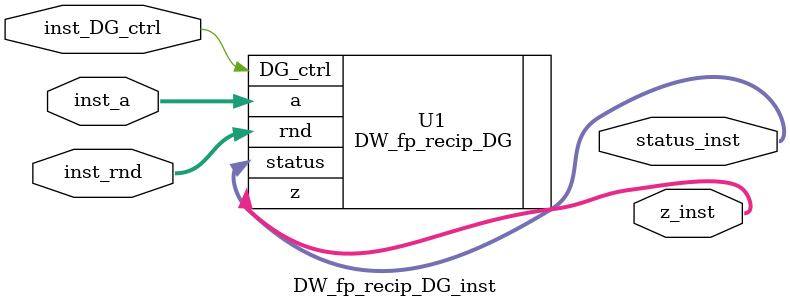
<source format=v>
module DW_fp_recip_DG_inst( inst_a, inst_rnd, inst_DG_ctrl, z_inst, status_inst );

parameter sig_width = 23;
parameter exp_width = 8;
parameter ieee_compliance = 0;
parameter faithful_round = 0;


input [sig_width+exp_width : 0] inst_a;
input [2 : 0] inst_rnd;
input inst_DG_ctrl;
output [sig_width+exp_width : 0] z_inst;
output [7 : 0] status_inst;

    // Instance of DW_fp_recip_DG
    DW_fp_recip_DG #(sig_width, exp_width, ieee_compliance, faithful_round)
	  U1 ( .a(inst_a), .rnd(inst_rnd), .DG_ctrl(inst_DG_ctrl), .z(z_inst), .status(status_inst) );

endmodule

</source>
